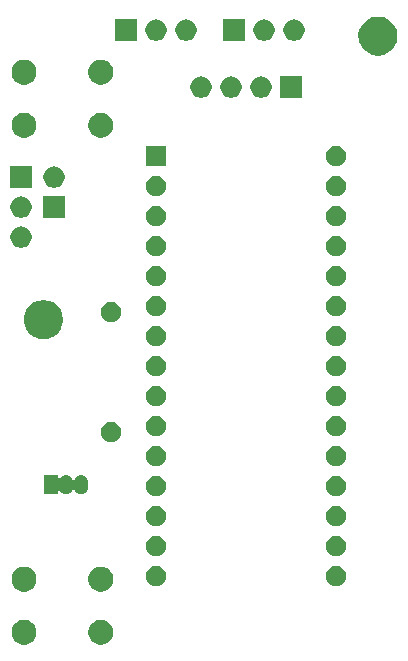
<source format=gbr>
G04 #@! TF.GenerationSoftware,KiCad,Pcbnew,(5.1.5)-3*
G04 #@! TF.CreationDate,2021-01-15T17:36:30+01:00*
G04 #@! TF.ProjectId,pHmeter,70486d65-7465-4722-9e6b-696361645f70,rev?*
G04 #@! TF.SameCoordinates,Original*
G04 #@! TF.FileFunction,Soldermask,Top*
G04 #@! TF.FilePolarity,Negative*
%FSLAX46Y46*%
G04 Gerber Fmt 4.6, Leading zero omitted, Abs format (unit mm)*
G04 Created by KiCad (PCBNEW (5.1.5)-3) date 2021-01-15 17:36:30*
%MOMM*%
%LPD*%
G04 APERTURE LIST*
%ADD10C,0.100000*%
G04 APERTURE END LIST*
D10*
G36*
X39930564Y-94675389D02*
G01*
X40121833Y-94754615D01*
X40121835Y-94754616D01*
X40293973Y-94869635D01*
X40440365Y-95016027D01*
X40555385Y-95188167D01*
X40634611Y-95379436D01*
X40675000Y-95582484D01*
X40675000Y-95789516D01*
X40634611Y-95992564D01*
X40555385Y-96183833D01*
X40555384Y-96183835D01*
X40440365Y-96355973D01*
X40293973Y-96502365D01*
X40121835Y-96617384D01*
X40121834Y-96617385D01*
X40121833Y-96617385D01*
X39930564Y-96696611D01*
X39727516Y-96737000D01*
X39520484Y-96737000D01*
X39317436Y-96696611D01*
X39126167Y-96617385D01*
X39126166Y-96617385D01*
X39126165Y-96617384D01*
X38954027Y-96502365D01*
X38807635Y-96355973D01*
X38692616Y-96183835D01*
X38692615Y-96183833D01*
X38613389Y-95992564D01*
X38573000Y-95789516D01*
X38573000Y-95582484D01*
X38613389Y-95379436D01*
X38692615Y-95188167D01*
X38807635Y-95016027D01*
X38954027Y-94869635D01*
X39126165Y-94754616D01*
X39126167Y-94754615D01*
X39317436Y-94675389D01*
X39520484Y-94635000D01*
X39727516Y-94635000D01*
X39930564Y-94675389D01*
G37*
G36*
X46430564Y-94675389D02*
G01*
X46621833Y-94754615D01*
X46621835Y-94754616D01*
X46793973Y-94869635D01*
X46940365Y-95016027D01*
X47055385Y-95188167D01*
X47134611Y-95379436D01*
X47175000Y-95582484D01*
X47175000Y-95789516D01*
X47134611Y-95992564D01*
X47055385Y-96183833D01*
X47055384Y-96183835D01*
X46940365Y-96355973D01*
X46793973Y-96502365D01*
X46621835Y-96617384D01*
X46621834Y-96617385D01*
X46621833Y-96617385D01*
X46430564Y-96696611D01*
X46227516Y-96737000D01*
X46020484Y-96737000D01*
X45817436Y-96696611D01*
X45626167Y-96617385D01*
X45626166Y-96617385D01*
X45626165Y-96617384D01*
X45454027Y-96502365D01*
X45307635Y-96355973D01*
X45192616Y-96183835D01*
X45192615Y-96183833D01*
X45113389Y-95992564D01*
X45073000Y-95789516D01*
X45073000Y-95582484D01*
X45113389Y-95379436D01*
X45192615Y-95188167D01*
X45307635Y-95016027D01*
X45454027Y-94869635D01*
X45626165Y-94754616D01*
X45626167Y-94754615D01*
X45817436Y-94675389D01*
X46020484Y-94635000D01*
X46227516Y-94635000D01*
X46430564Y-94675389D01*
G37*
G36*
X46430564Y-90175389D02*
G01*
X46621833Y-90254615D01*
X46621835Y-90254616D01*
X46793973Y-90369635D01*
X46940365Y-90516027D01*
X47052449Y-90683772D01*
X47055385Y-90688167D01*
X47134611Y-90879436D01*
X47175000Y-91082484D01*
X47175000Y-91289516D01*
X47134611Y-91492564D01*
X47093003Y-91593015D01*
X47055384Y-91683835D01*
X46940365Y-91855973D01*
X46793973Y-92002365D01*
X46621835Y-92117384D01*
X46621834Y-92117385D01*
X46621833Y-92117385D01*
X46430564Y-92196611D01*
X46227516Y-92237000D01*
X46020484Y-92237000D01*
X45817436Y-92196611D01*
X45626167Y-92117385D01*
X45626166Y-92117385D01*
X45626165Y-92117384D01*
X45454027Y-92002365D01*
X45307635Y-91855973D01*
X45192616Y-91683835D01*
X45154997Y-91593015D01*
X45113389Y-91492564D01*
X45073000Y-91289516D01*
X45073000Y-91082484D01*
X45113389Y-90879436D01*
X45192615Y-90688167D01*
X45195552Y-90683772D01*
X45307635Y-90516027D01*
X45454027Y-90369635D01*
X45626165Y-90254616D01*
X45626167Y-90254615D01*
X45817436Y-90175389D01*
X46020484Y-90135000D01*
X46227516Y-90135000D01*
X46430564Y-90175389D01*
G37*
G36*
X39930564Y-90175389D02*
G01*
X40121833Y-90254615D01*
X40121835Y-90254616D01*
X40293973Y-90369635D01*
X40440365Y-90516027D01*
X40552449Y-90683772D01*
X40555385Y-90688167D01*
X40634611Y-90879436D01*
X40675000Y-91082484D01*
X40675000Y-91289516D01*
X40634611Y-91492564D01*
X40593003Y-91593015D01*
X40555384Y-91683835D01*
X40440365Y-91855973D01*
X40293973Y-92002365D01*
X40121835Y-92117384D01*
X40121834Y-92117385D01*
X40121833Y-92117385D01*
X39930564Y-92196611D01*
X39727516Y-92237000D01*
X39520484Y-92237000D01*
X39317436Y-92196611D01*
X39126167Y-92117385D01*
X39126166Y-92117385D01*
X39126165Y-92117384D01*
X38954027Y-92002365D01*
X38807635Y-91855973D01*
X38692616Y-91683835D01*
X38654997Y-91593015D01*
X38613389Y-91492564D01*
X38573000Y-91289516D01*
X38573000Y-91082484D01*
X38613389Y-90879436D01*
X38692615Y-90688167D01*
X38695552Y-90683772D01*
X38807635Y-90516027D01*
X38954027Y-90369635D01*
X39126165Y-90254616D01*
X39126167Y-90254615D01*
X39317436Y-90175389D01*
X39520484Y-90135000D01*
X39727516Y-90135000D01*
X39930564Y-90175389D01*
G37*
G36*
X66288228Y-90113703D02*
G01*
X66443100Y-90177853D01*
X66582481Y-90270985D01*
X66701015Y-90389519D01*
X66794147Y-90528900D01*
X66858297Y-90683772D01*
X66891000Y-90848184D01*
X66891000Y-91015816D01*
X66858297Y-91180228D01*
X66794147Y-91335100D01*
X66701015Y-91474481D01*
X66582481Y-91593015D01*
X66443100Y-91686147D01*
X66288228Y-91750297D01*
X66123816Y-91783000D01*
X65956184Y-91783000D01*
X65791772Y-91750297D01*
X65636900Y-91686147D01*
X65497519Y-91593015D01*
X65378985Y-91474481D01*
X65285853Y-91335100D01*
X65221703Y-91180228D01*
X65189000Y-91015816D01*
X65189000Y-90848184D01*
X65221703Y-90683772D01*
X65285853Y-90528900D01*
X65378985Y-90389519D01*
X65497519Y-90270985D01*
X65636900Y-90177853D01*
X65791772Y-90113703D01*
X65956184Y-90081000D01*
X66123816Y-90081000D01*
X66288228Y-90113703D01*
G37*
G36*
X51048228Y-90113703D02*
G01*
X51203100Y-90177853D01*
X51342481Y-90270985D01*
X51461015Y-90389519D01*
X51554147Y-90528900D01*
X51618297Y-90683772D01*
X51651000Y-90848184D01*
X51651000Y-91015816D01*
X51618297Y-91180228D01*
X51554147Y-91335100D01*
X51461015Y-91474481D01*
X51342481Y-91593015D01*
X51203100Y-91686147D01*
X51048228Y-91750297D01*
X50883816Y-91783000D01*
X50716184Y-91783000D01*
X50551772Y-91750297D01*
X50396900Y-91686147D01*
X50257519Y-91593015D01*
X50138985Y-91474481D01*
X50045853Y-91335100D01*
X49981703Y-91180228D01*
X49949000Y-91015816D01*
X49949000Y-90848184D01*
X49981703Y-90683772D01*
X50045853Y-90528900D01*
X50138985Y-90389519D01*
X50257519Y-90270985D01*
X50396900Y-90177853D01*
X50551772Y-90113703D01*
X50716184Y-90081000D01*
X50883816Y-90081000D01*
X51048228Y-90113703D01*
G37*
G36*
X66288228Y-87573703D02*
G01*
X66443100Y-87637853D01*
X66582481Y-87730985D01*
X66701015Y-87849519D01*
X66794147Y-87988900D01*
X66858297Y-88143772D01*
X66891000Y-88308184D01*
X66891000Y-88475816D01*
X66858297Y-88640228D01*
X66794147Y-88795100D01*
X66701015Y-88934481D01*
X66582481Y-89053015D01*
X66443100Y-89146147D01*
X66288228Y-89210297D01*
X66123816Y-89243000D01*
X65956184Y-89243000D01*
X65791772Y-89210297D01*
X65636900Y-89146147D01*
X65497519Y-89053015D01*
X65378985Y-88934481D01*
X65285853Y-88795100D01*
X65221703Y-88640228D01*
X65189000Y-88475816D01*
X65189000Y-88308184D01*
X65221703Y-88143772D01*
X65285853Y-87988900D01*
X65378985Y-87849519D01*
X65497519Y-87730985D01*
X65636900Y-87637853D01*
X65791772Y-87573703D01*
X65956184Y-87541000D01*
X66123816Y-87541000D01*
X66288228Y-87573703D01*
G37*
G36*
X51048228Y-87573703D02*
G01*
X51203100Y-87637853D01*
X51342481Y-87730985D01*
X51461015Y-87849519D01*
X51554147Y-87988900D01*
X51618297Y-88143772D01*
X51651000Y-88308184D01*
X51651000Y-88475816D01*
X51618297Y-88640228D01*
X51554147Y-88795100D01*
X51461015Y-88934481D01*
X51342481Y-89053015D01*
X51203100Y-89146147D01*
X51048228Y-89210297D01*
X50883816Y-89243000D01*
X50716184Y-89243000D01*
X50551772Y-89210297D01*
X50396900Y-89146147D01*
X50257519Y-89053015D01*
X50138985Y-88934481D01*
X50045853Y-88795100D01*
X49981703Y-88640228D01*
X49949000Y-88475816D01*
X49949000Y-88308184D01*
X49981703Y-88143772D01*
X50045853Y-87988900D01*
X50138985Y-87849519D01*
X50257519Y-87730985D01*
X50396900Y-87637853D01*
X50551772Y-87573703D01*
X50716184Y-87541000D01*
X50883816Y-87541000D01*
X51048228Y-87573703D01*
G37*
G36*
X66288228Y-85033703D02*
G01*
X66443100Y-85097853D01*
X66582481Y-85190985D01*
X66701015Y-85309519D01*
X66794147Y-85448900D01*
X66858297Y-85603772D01*
X66891000Y-85768184D01*
X66891000Y-85935816D01*
X66858297Y-86100228D01*
X66794147Y-86255100D01*
X66701015Y-86394481D01*
X66582481Y-86513015D01*
X66443100Y-86606147D01*
X66288228Y-86670297D01*
X66123816Y-86703000D01*
X65956184Y-86703000D01*
X65791772Y-86670297D01*
X65636900Y-86606147D01*
X65497519Y-86513015D01*
X65378985Y-86394481D01*
X65285853Y-86255100D01*
X65221703Y-86100228D01*
X65189000Y-85935816D01*
X65189000Y-85768184D01*
X65221703Y-85603772D01*
X65285853Y-85448900D01*
X65378985Y-85309519D01*
X65497519Y-85190985D01*
X65636900Y-85097853D01*
X65791772Y-85033703D01*
X65956184Y-85001000D01*
X66123816Y-85001000D01*
X66288228Y-85033703D01*
G37*
G36*
X51048228Y-85033703D02*
G01*
X51203100Y-85097853D01*
X51342481Y-85190985D01*
X51461015Y-85309519D01*
X51554147Y-85448900D01*
X51618297Y-85603772D01*
X51651000Y-85768184D01*
X51651000Y-85935816D01*
X51618297Y-86100228D01*
X51554147Y-86255100D01*
X51461015Y-86394481D01*
X51342481Y-86513015D01*
X51203100Y-86606147D01*
X51048228Y-86670297D01*
X50883816Y-86703000D01*
X50716184Y-86703000D01*
X50551772Y-86670297D01*
X50396900Y-86606147D01*
X50257519Y-86513015D01*
X50138985Y-86394481D01*
X50045853Y-86255100D01*
X49981703Y-86100228D01*
X49949000Y-85935816D01*
X49949000Y-85768184D01*
X49981703Y-85603772D01*
X50045853Y-85448900D01*
X50138985Y-85309519D01*
X50257519Y-85190985D01*
X50396900Y-85097853D01*
X50551772Y-85033703D01*
X50716184Y-85001000D01*
X50883816Y-85001000D01*
X51048228Y-85033703D01*
G37*
G36*
X66288228Y-82493703D02*
G01*
X66443100Y-82557853D01*
X66582481Y-82650985D01*
X66701015Y-82769519D01*
X66794147Y-82908900D01*
X66858297Y-83063772D01*
X66891000Y-83228184D01*
X66891000Y-83395816D01*
X66858297Y-83560228D01*
X66794147Y-83715100D01*
X66701015Y-83854481D01*
X66582481Y-83973015D01*
X66443100Y-84066147D01*
X66288228Y-84130297D01*
X66123816Y-84163000D01*
X65956184Y-84163000D01*
X65791772Y-84130297D01*
X65636900Y-84066147D01*
X65497519Y-83973015D01*
X65378985Y-83854481D01*
X65285853Y-83715100D01*
X65221703Y-83560228D01*
X65189000Y-83395816D01*
X65189000Y-83228184D01*
X65221703Y-83063772D01*
X65285853Y-82908900D01*
X65378985Y-82769519D01*
X65497519Y-82650985D01*
X65636900Y-82557853D01*
X65791772Y-82493703D01*
X65956184Y-82461000D01*
X66123816Y-82461000D01*
X66288228Y-82493703D01*
G37*
G36*
X51048228Y-82493703D02*
G01*
X51203100Y-82557853D01*
X51342481Y-82650985D01*
X51461015Y-82769519D01*
X51554147Y-82908900D01*
X51618297Y-83063772D01*
X51651000Y-83228184D01*
X51651000Y-83395816D01*
X51618297Y-83560228D01*
X51554147Y-83715100D01*
X51461015Y-83854481D01*
X51342481Y-83973015D01*
X51203100Y-84066147D01*
X51048228Y-84130297D01*
X50883816Y-84163000D01*
X50716184Y-84163000D01*
X50551772Y-84130297D01*
X50396900Y-84066147D01*
X50257519Y-83973015D01*
X50138985Y-83854481D01*
X50045853Y-83715100D01*
X49981703Y-83560228D01*
X49949000Y-83395816D01*
X49949000Y-83228184D01*
X49981703Y-83063772D01*
X50045853Y-82908900D01*
X50138985Y-82769519D01*
X50257519Y-82650985D01*
X50396900Y-82557853D01*
X50551772Y-82493703D01*
X50716184Y-82461000D01*
X50883816Y-82461000D01*
X51048228Y-82493703D01*
G37*
G36*
X44562915Y-82392334D02*
G01*
X44671491Y-82425271D01*
X44671494Y-82425272D01*
X44707600Y-82444571D01*
X44771556Y-82478756D01*
X44859264Y-82550736D01*
X44931244Y-82638443D01*
X44965429Y-82702399D01*
X44984728Y-82738505D01*
X44984729Y-82738508D01*
X45017666Y-82847084D01*
X45026000Y-82931702D01*
X45026000Y-83438297D01*
X45017666Y-83522916D01*
X44985252Y-83629767D01*
X44984728Y-83631495D01*
X44974761Y-83650141D01*
X44931244Y-83731557D01*
X44859264Y-83819264D01*
X44771557Y-83891244D01*
X44707601Y-83925429D01*
X44671495Y-83944728D01*
X44671492Y-83944729D01*
X44562916Y-83977666D01*
X44450000Y-83988787D01*
X44337085Y-83977666D01*
X44228509Y-83944729D01*
X44228506Y-83944728D01*
X44192400Y-83925429D01*
X44128444Y-83891244D01*
X44040737Y-83819264D01*
X43968757Y-83731557D01*
X43925239Y-83650141D01*
X43911625Y-83629766D01*
X43894298Y-83612439D01*
X43873924Y-83598826D01*
X43851285Y-83589448D01*
X43827252Y-83584668D01*
X43802748Y-83584668D01*
X43778715Y-83589448D01*
X43756076Y-83598826D01*
X43735701Y-83612440D01*
X43718374Y-83629767D01*
X43704761Y-83650141D01*
X43661244Y-83731557D01*
X43589264Y-83819264D01*
X43501557Y-83891244D01*
X43437601Y-83925429D01*
X43401495Y-83944728D01*
X43401492Y-83944729D01*
X43292916Y-83977666D01*
X43180000Y-83988787D01*
X43067085Y-83977666D01*
X42958509Y-83944729D01*
X42958506Y-83944728D01*
X42922400Y-83925429D01*
X42858444Y-83891244D01*
X42770737Y-83819264D01*
X42707622Y-83742359D01*
X42690297Y-83725034D01*
X42669923Y-83711420D01*
X42647284Y-83702043D01*
X42623250Y-83697263D01*
X42598746Y-83697263D01*
X42574713Y-83702044D01*
X42552074Y-83711421D01*
X42531700Y-83725035D01*
X42514373Y-83742362D01*
X42500759Y-83762736D01*
X42491382Y-83785375D01*
X42486000Y-83821660D01*
X42486000Y-83986000D01*
X41334000Y-83986000D01*
X41334000Y-82384000D01*
X42486000Y-82384000D01*
X42486000Y-82548341D01*
X42488402Y-82572727D01*
X42495515Y-82596176D01*
X42507066Y-82617787D01*
X42522611Y-82636729D01*
X42541553Y-82652274D01*
X42563164Y-82663825D01*
X42586613Y-82670938D01*
X42610999Y-82673340D01*
X42635385Y-82670938D01*
X42658834Y-82663825D01*
X42680445Y-82652274D01*
X42699387Y-82636729D01*
X42707608Y-82627657D01*
X42770736Y-82550736D01*
X42858443Y-82478756D01*
X42922399Y-82444571D01*
X42958505Y-82425272D01*
X42958508Y-82425271D01*
X43067084Y-82392334D01*
X43180000Y-82381213D01*
X43292915Y-82392334D01*
X43401491Y-82425271D01*
X43401494Y-82425272D01*
X43437600Y-82444571D01*
X43501556Y-82478756D01*
X43589264Y-82550736D01*
X43661244Y-82638443D01*
X43704761Y-82719859D01*
X43718375Y-82740234D01*
X43735702Y-82757561D01*
X43756076Y-82771174D01*
X43778715Y-82780552D01*
X43802748Y-82785332D01*
X43827252Y-82785332D01*
X43851285Y-82780552D01*
X43873924Y-82771174D01*
X43894299Y-82757560D01*
X43911626Y-82740233D01*
X43925239Y-82719860D01*
X43968756Y-82638444D01*
X44040736Y-82550736D01*
X44128443Y-82478756D01*
X44192399Y-82444571D01*
X44228505Y-82425272D01*
X44228508Y-82425271D01*
X44337084Y-82392334D01*
X44450000Y-82381213D01*
X44562915Y-82392334D01*
G37*
G36*
X66288228Y-79953703D02*
G01*
X66443100Y-80017853D01*
X66582481Y-80110985D01*
X66701015Y-80229519D01*
X66794147Y-80368900D01*
X66858297Y-80523772D01*
X66891000Y-80688184D01*
X66891000Y-80855816D01*
X66858297Y-81020228D01*
X66794147Y-81175100D01*
X66701015Y-81314481D01*
X66582481Y-81433015D01*
X66443100Y-81526147D01*
X66288228Y-81590297D01*
X66123816Y-81623000D01*
X65956184Y-81623000D01*
X65791772Y-81590297D01*
X65636900Y-81526147D01*
X65497519Y-81433015D01*
X65378985Y-81314481D01*
X65285853Y-81175100D01*
X65221703Y-81020228D01*
X65189000Y-80855816D01*
X65189000Y-80688184D01*
X65221703Y-80523772D01*
X65285853Y-80368900D01*
X65378985Y-80229519D01*
X65497519Y-80110985D01*
X65636900Y-80017853D01*
X65791772Y-79953703D01*
X65956184Y-79921000D01*
X66123816Y-79921000D01*
X66288228Y-79953703D01*
G37*
G36*
X51048228Y-79953703D02*
G01*
X51203100Y-80017853D01*
X51342481Y-80110985D01*
X51461015Y-80229519D01*
X51554147Y-80368900D01*
X51618297Y-80523772D01*
X51651000Y-80688184D01*
X51651000Y-80855816D01*
X51618297Y-81020228D01*
X51554147Y-81175100D01*
X51461015Y-81314481D01*
X51342481Y-81433015D01*
X51203100Y-81526147D01*
X51048228Y-81590297D01*
X50883816Y-81623000D01*
X50716184Y-81623000D01*
X50551772Y-81590297D01*
X50396900Y-81526147D01*
X50257519Y-81433015D01*
X50138985Y-81314481D01*
X50045853Y-81175100D01*
X49981703Y-81020228D01*
X49949000Y-80855816D01*
X49949000Y-80688184D01*
X49981703Y-80523772D01*
X50045853Y-80368900D01*
X50138985Y-80229519D01*
X50257519Y-80110985D01*
X50396900Y-80017853D01*
X50551772Y-79953703D01*
X50716184Y-79921000D01*
X50883816Y-79921000D01*
X51048228Y-79953703D01*
G37*
G36*
X47238228Y-77921703D02*
G01*
X47393100Y-77985853D01*
X47532481Y-78078985D01*
X47651015Y-78197519D01*
X47744147Y-78336900D01*
X47808297Y-78491772D01*
X47841000Y-78656184D01*
X47841000Y-78823816D01*
X47808297Y-78988228D01*
X47744147Y-79143100D01*
X47651015Y-79282481D01*
X47532481Y-79401015D01*
X47393100Y-79494147D01*
X47238228Y-79558297D01*
X47073816Y-79591000D01*
X46906184Y-79591000D01*
X46741772Y-79558297D01*
X46586900Y-79494147D01*
X46447519Y-79401015D01*
X46328985Y-79282481D01*
X46235853Y-79143100D01*
X46171703Y-78988228D01*
X46139000Y-78823816D01*
X46139000Y-78656184D01*
X46171703Y-78491772D01*
X46235853Y-78336900D01*
X46328985Y-78197519D01*
X46447519Y-78078985D01*
X46586900Y-77985853D01*
X46741772Y-77921703D01*
X46906184Y-77889000D01*
X47073816Y-77889000D01*
X47238228Y-77921703D01*
G37*
G36*
X66288228Y-77413703D02*
G01*
X66443100Y-77477853D01*
X66582481Y-77570985D01*
X66701015Y-77689519D01*
X66794147Y-77828900D01*
X66858297Y-77983772D01*
X66891000Y-78148184D01*
X66891000Y-78315816D01*
X66858297Y-78480228D01*
X66794147Y-78635100D01*
X66701015Y-78774481D01*
X66582481Y-78893015D01*
X66443100Y-78986147D01*
X66288228Y-79050297D01*
X66123816Y-79083000D01*
X65956184Y-79083000D01*
X65791772Y-79050297D01*
X65636900Y-78986147D01*
X65497519Y-78893015D01*
X65378985Y-78774481D01*
X65285853Y-78635100D01*
X65221703Y-78480228D01*
X65189000Y-78315816D01*
X65189000Y-78148184D01*
X65221703Y-77983772D01*
X65285853Y-77828900D01*
X65378985Y-77689519D01*
X65497519Y-77570985D01*
X65636900Y-77477853D01*
X65791772Y-77413703D01*
X65956184Y-77381000D01*
X66123816Y-77381000D01*
X66288228Y-77413703D01*
G37*
G36*
X51048228Y-77413703D02*
G01*
X51203100Y-77477853D01*
X51342481Y-77570985D01*
X51461015Y-77689519D01*
X51554147Y-77828900D01*
X51618297Y-77983772D01*
X51651000Y-78148184D01*
X51651000Y-78315816D01*
X51618297Y-78480228D01*
X51554147Y-78635100D01*
X51461015Y-78774481D01*
X51342481Y-78893015D01*
X51203100Y-78986147D01*
X51048228Y-79050297D01*
X50883816Y-79083000D01*
X50716184Y-79083000D01*
X50551772Y-79050297D01*
X50396900Y-78986147D01*
X50257519Y-78893015D01*
X50138985Y-78774481D01*
X50045853Y-78635100D01*
X49981703Y-78480228D01*
X49949000Y-78315816D01*
X49949000Y-78148184D01*
X49981703Y-77983772D01*
X50045853Y-77828900D01*
X50138985Y-77689519D01*
X50257519Y-77570985D01*
X50396900Y-77477853D01*
X50551772Y-77413703D01*
X50716184Y-77381000D01*
X50883816Y-77381000D01*
X51048228Y-77413703D01*
G37*
G36*
X51048228Y-74873703D02*
G01*
X51203100Y-74937853D01*
X51342481Y-75030985D01*
X51461015Y-75149519D01*
X51554147Y-75288900D01*
X51618297Y-75443772D01*
X51651000Y-75608184D01*
X51651000Y-75775816D01*
X51618297Y-75940228D01*
X51554147Y-76095100D01*
X51461015Y-76234481D01*
X51342481Y-76353015D01*
X51203100Y-76446147D01*
X51048228Y-76510297D01*
X50883816Y-76543000D01*
X50716184Y-76543000D01*
X50551772Y-76510297D01*
X50396900Y-76446147D01*
X50257519Y-76353015D01*
X50138985Y-76234481D01*
X50045853Y-76095100D01*
X49981703Y-75940228D01*
X49949000Y-75775816D01*
X49949000Y-75608184D01*
X49981703Y-75443772D01*
X50045853Y-75288900D01*
X50138985Y-75149519D01*
X50257519Y-75030985D01*
X50396900Y-74937853D01*
X50551772Y-74873703D01*
X50716184Y-74841000D01*
X50883816Y-74841000D01*
X51048228Y-74873703D01*
G37*
G36*
X66288228Y-74873703D02*
G01*
X66443100Y-74937853D01*
X66582481Y-75030985D01*
X66701015Y-75149519D01*
X66794147Y-75288900D01*
X66858297Y-75443772D01*
X66891000Y-75608184D01*
X66891000Y-75775816D01*
X66858297Y-75940228D01*
X66794147Y-76095100D01*
X66701015Y-76234481D01*
X66582481Y-76353015D01*
X66443100Y-76446147D01*
X66288228Y-76510297D01*
X66123816Y-76543000D01*
X65956184Y-76543000D01*
X65791772Y-76510297D01*
X65636900Y-76446147D01*
X65497519Y-76353015D01*
X65378985Y-76234481D01*
X65285853Y-76095100D01*
X65221703Y-75940228D01*
X65189000Y-75775816D01*
X65189000Y-75608184D01*
X65221703Y-75443772D01*
X65285853Y-75288900D01*
X65378985Y-75149519D01*
X65497519Y-75030985D01*
X65636900Y-74937853D01*
X65791772Y-74873703D01*
X65956184Y-74841000D01*
X66123816Y-74841000D01*
X66288228Y-74873703D01*
G37*
G36*
X51048228Y-72333703D02*
G01*
X51203100Y-72397853D01*
X51342481Y-72490985D01*
X51461015Y-72609519D01*
X51554147Y-72748900D01*
X51618297Y-72903772D01*
X51651000Y-73068184D01*
X51651000Y-73235816D01*
X51618297Y-73400228D01*
X51554147Y-73555100D01*
X51461015Y-73694481D01*
X51342481Y-73813015D01*
X51203100Y-73906147D01*
X51048228Y-73970297D01*
X50883816Y-74003000D01*
X50716184Y-74003000D01*
X50551772Y-73970297D01*
X50396900Y-73906147D01*
X50257519Y-73813015D01*
X50138985Y-73694481D01*
X50045853Y-73555100D01*
X49981703Y-73400228D01*
X49949000Y-73235816D01*
X49949000Y-73068184D01*
X49981703Y-72903772D01*
X50045853Y-72748900D01*
X50138985Y-72609519D01*
X50257519Y-72490985D01*
X50396900Y-72397853D01*
X50551772Y-72333703D01*
X50716184Y-72301000D01*
X50883816Y-72301000D01*
X51048228Y-72333703D01*
G37*
G36*
X66288228Y-72333703D02*
G01*
X66443100Y-72397853D01*
X66582481Y-72490985D01*
X66701015Y-72609519D01*
X66794147Y-72748900D01*
X66858297Y-72903772D01*
X66891000Y-73068184D01*
X66891000Y-73235816D01*
X66858297Y-73400228D01*
X66794147Y-73555100D01*
X66701015Y-73694481D01*
X66582481Y-73813015D01*
X66443100Y-73906147D01*
X66288228Y-73970297D01*
X66123816Y-74003000D01*
X65956184Y-74003000D01*
X65791772Y-73970297D01*
X65636900Y-73906147D01*
X65497519Y-73813015D01*
X65378985Y-73694481D01*
X65285853Y-73555100D01*
X65221703Y-73400228D01*
X65189000Y-73235816D01*
X65189000Y-73068184D01*
X65221703Y-72903772D01*
X65285853Y-72748900D01*
X65378985Y-72609519D01*
X65497519Y-72490985D01*
X65636900Y-72397853D01*
X65791772Y-72333703D01*
X65956184Y-72301000D01*
X66123816Y-72301000D01*
X66288228Y-72333703D01*
G37*
G36*
X66288228Y-69793703D02*
G01*
X66443100Y-69857853D01*
X66582481Y-69950985D01*
X66701015Y-70069519D01*
X66794147Y-70208900D01*
X66858297Y-70363772D01*
X66891000Y-70528184D01*
X66891000Y-70695816D01*
X66858297Y-70860228D01*
X66794147Y-71015100D01*
X66701015Y-71154481D01*
X66582481Y-71273015D01*
X66443100Y-71366147D01*
X66288228Y-71430297D01*
X66123816Y-71463000D01*
X65956184Y-71463000D01*
X65791772Y-71430297D01*
X65636900Y-71366147D01*
X65497519Y-71273015D01*
X65378985Y-71154481D01*
X65285853Y-71015100D01*
X65221703Y-70860228D01*
X65189000Y-70695816D01*
X65189000Y-70528184D01*
X65221703Y-70363772D01*
X65285853Y-70208900D01*
X65378985Y-70069519D01*
X65497519Y-69950985D01*
X65636900Y-69857853D01*
X65791772Y-69793703D01*
X65956184Y-69761000D01*
X66123816Y-69761000D01*
X66288228Y-69793703D01*
G37*
G36*
X51048228Y-69793703D02*
G01*
X51203100Y-69857853D01*
X51342481Y-69950985D01*
X51461015Y-70069519D01*
X51554147Y-70208900D01*
X51618297Y-70363772D01*
X51651000Y-70528184D01*
X51651000Y-70695816D01*
X51618297Y-70860228D01*
X51554147Y-71015100D01*
X51461015Y-71154481D01*
X51342481Y-71273015D01*
X51203100Y-71366147D01*
X51048228Y-71430297D01*
X50883816Y-71463000D01*
X50716184Y-71463000D01*
X50551772Y-71430297D01*
X50396900Y-71366147D01*
X50257519Y-71273015D01*
X50138985Y-71154481D01*
X50045853Y-71015100D01*
X49981703Y-70860228D01*
X49949000Y-70695816D01*
X49949000Y-70528184D01*
X49981703Y-70363772D01*
X50045853Y-70208900D01*
X50138985Y-70069519D01*
X50257519Y-69950985D01*
X50396900Y-69857853D01*
X50551772Y-69793703D01*
X50716184Y-69761000D01*
X50883816Y-69761000D01*
X51048228Y-69793703D01*
G37*
G36*
X41650256Y-67606298D02*
G01*
X41756579Y-67627447D01*
X42057042Y-67751903D01*
X42327451Y-67932585D01*
X42557415Y-68162549D01*
X42738097Y-68432958D01*
X42862553Y-68733421D01*
X42881411Y-68828228D01*
X42926000Y-69052389D01*
X42926000Y-69377611D01*
X42862553Y-69696578D01*
X42757175Y-69950985D01*
X42738097Y-69997042D01*
X42557415Y-70267451D01*
X42327451Y-70497415D01*
X42057042Y-70678097D01*
X41756579Y-70802553D01*
X41650256Y-70823702D01*
X41437611Y-70866000D01*
X41112389Y-70866000D01*
X40899744Y-70823702D01*
X40793421Y-70802553D01*
X40492958Y-70678097D01*
X40222549Y-70497415D01*
X39992585Y-70267451D01*
X39811903Y-69997042D01*
X39792826Y-69950985D01*
X39687447Y-69696578D01*
X39624000Y-69377611D01*
X39624000Y-69052389D01*
X39668589Y-68828228D01*
X39687447Y-68733421D01*
X39811903Y-68432958D01*
X39992585Y-68162549D01*
X40222549Y-67932585D01*
X40492958Y-67751903D01*
X40793421Y-67627447D01*
X40899744Y-67606298D01*
X41112389Y-67564000D01*
X41437611Y-67564000D01*
X41650256Y-67606298D01*
G37*
G36*
X47238228Y-67761703D02*
G01*
X47393100Y-67825853D01*
X47532481Y-67918985D01*
X47651015Y-68037519D01*
X47744147Y-68176900D01*
X47808297Y-68331772D01*
X47841000Y-68496184D01*
X47841000Y-68663816D01*
X47808297Y-68828228D01*
X47744147Y-68983100D01*
X47651015Y-69122481D01*
X47532481Y-69241015D01*
X47393100Y-69334147D01*
X47238228Y-69398297D01*
X47073816Y-69431000D01*
X46906184Y-69431000D01*
X46741772Y-69398297D01*
X46586900Y-69334147D01*
X46447519Y-69241015D01*
X46328985Y-69122481D01*
X46235853Y-68983100D01*
X46171703Y-68828228D01*
X46139000Y-68663816D01*
X46139000Y-68496184D01*
X46171703Y-68331772D01*
X46235853Y-68176900D01*
X46328985Y-68037519D01*
X46447519Y-67918985D01*
X46586900Y-67825853D01*
X46741772Y-67761703D01*
X46906184Y-67729000D01*
X47073816Y-67729000D01*
X47238228Y-67761703D01*
G37*
G36*
X51048228Y-67253703D02*
G01*
X51203100Y-67317853D01*
X51342481Y-67410985D01*
X51461015Y-67529519D01*
X51554147Y-67668900D01*
X51618297Y-67823772D01*
X51651000Y-67988184D01*
X51651000Y-68155816D01*
X51618297Y-68320228D01*
X51554147Y-68475100D01*
X51461015Y-68614481D01*
X51342481Y-68733015D01*
X51203100Y-68826147D01*
X51048228Y-68890297D01*
X50883816Y-68923000D01*
X50716184Y-68923000D01*
X50551772Y-68890297D01*
X50396900Y-68826147D01*
X50257519Y-68733015D01*
X50138985Y-68614481D01*
X50045853Y-68475100D01*
X49981703Y-68320228D01*
X49949000Y-68155816D01*
X49949000Y-67988184D01*
X49981703Y-67823772D01*
X50045853Y-67668900D01*
X50138985Y-67529519D01*
X50257519Y-67410985D01*
X50396900Y-67317853D01*
X50551772Y-67253703D01*
X50716184Y-67221000D01*
X50883816Y-67221000D01*
X51048228Y-67253703D01*
G37*
G36*
X66288228Y-67253703D02*
G01*
X66443100Y-67317853D01*
X66582481Y-67410985D01*
X66701015Y-67529519D01*
X66794147Y-67668900D01*
X66858297Y-67823772D01*
X66891000Y-67988184D01*
X66891000Y-68155816D01*
X66858297Y-68320228D01*
X66794147Y-68475100D01*
X66701015Y-68614481D01*
X66582481Y-68733015D01*
X66443100Y-68826147D01*
X66288228Y-68890297D01*
X66123816Y-68923000D01*
X65956184Y-68923000D01*
X65791772Y-68890297D01*
X65636900Y-68826147D01*
X65497519Y-68733015D01*
X65378985Y-68614481D01*
X65285853Y-68475100D01*
X65221703Y-68320228D01*
X65189000Y-68155816D01*
X65189000Y-67988184D01*
X65221703Y-67823772D01*
X65285853Y-67668900D01*
X65378985Y-67529519D01*
X65497519Y-67410985D01*
X65636900Y-67317853D01*
X65791772Y-67253703D01*
X65956184Y-67221000D01*
X66123816Y-67221000D01*
X66288228Y-67253703D01*
G37*
G36*
X66288228Y-64713703D02*
G01*
X66443100Y-64777853D01*
X66582481Y-64870985D01*
X66701015Y-64989519D01*
X66794147Y-65128900D01*
X66858297Y-65283772D01*
X66891000Y-65448184D01*
X66891000Y-65615816D01*
X66858297Y-65780228D01*
X66794147Y-65935100D01*
X66701015Y-66074481D01*
X66582481Y-66193015D01*
X66443100Y-66286147D01*
X66288228Y-66350297D01*
X66123816Y-66383000D01*
X65956184Y-66383000D01*
X65791772Y-66350297D01*
X65636900Y-66286147D01*
X65497519Y-66193015D01*
X65378985Y-66074481D01*
X65285853Y-65935100D01*
X65221703Y-65780228D01*
X65189000Y-65615816D01*
X65189000Y-65448184D01*
X65221703Y-65283772D01*
X65285853Y-65128900D01*
X65378985Y-64989519D01*
X65497519Y-64870985D01*
X65636900Y-64777853D01*
X65791772Y-64713703D01*
X65956184Y-64681000D01*
X66123816Y-64681000D01*
X66288228Y-64713703D01*
G37*
G36*
X51048228Y-64713703D02*
G01*
X51203100Y-64777853D01*
X51342481Y-64870985D01*
X51461015Y-64989519D01*
X51554147Y-65128900D01*
X51618297Y-65283772D01*
X51651000Y-65448184D01*
X51651000Y-65615816D01*
X51618297Y-65780228D01*
X51554147Y-65935100D01*
X51461015Y-66074481D01*
X51342481Y-66193015D01*
X51203100Y-66286147D01*
X51048228Y-66350297D01*
X50883816Y-66383000D01*
X50716184Y-66383000D01*
X50551772Y-66350297D01*
X50396900Y-66286147D01*
X50257519Y-66193015D01*
X50138985Y-66074481D01*
X50045853Y-65935100D01*
X49981703Y-65780228D01*
X49949000Y-65615816D01*
X49949000Y-65448184D01*
X49981703Y-65283772D01*
X50045853Y-65128900D01*
X50138985Y-64989519D01*
X50257519Y-64870985D01*
X50396900Y-64777853D01*
X50551772Y-64713703D01*
X50716184Y-64681000D01*
X50883816Y-64681000D01*
X51048228Y-64713703D01*
G37*
G36*
X66288228Y-62173703D02*
G01*
X66443100Y-62237853D01*
X66582481Y-62330985D01*
X66701015Y-62449519D01*
X66794147Y-62588900D01*
X66858297Y-62743772D01*
X66891000Y-62908184D01*
X66891000Y-63075816D01*
X66858297Y-63240228D01*
X66794147Y-63395100D01*
X66701015Y-63534481D01*
X66582481Y-63653015D01*
X66443100Y-63746147D01*
X66288228Y-63810297D01*
X66123816Y-63843000D01*
X65956184Y-63843000D01*
X65791772Y-63810297D01*
X65636900Y-63746147D01*
X65497519Y-63653015D01*
X65378985Y-63534481D01*
X65285853Y-63395100D01*
X65221703Y-63240228D01*
X65189000Y-63075816D01*
X65189000Y-62908184D01*
X65221703Y-62743772D01*
X65285853Y-62588900D01*
X65378985Y-62449519D01*
X65497519Y-62330985D01*
X65636900Y-62237853D01*
X65791772Y-62173703D01*
X65956184Y-62141000D01*
X66123816Y-62141000D01*
X66288228Y-62173703D01*
G37*
G36*
X51048228Y-62173703D02*
G01*
X51203100Y-62237853D01*
X51342481Y-62330985D01*
X51461015Y-62449519D01*
X51554147Y-62588900D01*
X51618297Y-62743772D01*
X51651000Y-62908184D01*
X51651000Y-63075816D01*
X51618297Y-63240228D01*
X51554147Y-63395100D01*
X51461015Y-63534481D01*
X51342481Y-63653015D01*
X51203100Y-63746147D01*
X51048228Y-63810297D01*
X50883816Y-63843000D01*
X50716184Y-63843000D01*
X50551772Y-63810297D01*
X50396900Y-63746147D01*
X50257519Y-63653015D01*
X50138985Y-63534481D01*
X50045853Y-63395100D01*
X49981703Y-63240228D01*
X49949000Y-63075816D01*
X49949000Y-62908184D01*
X49981703Y-62743772D01*
X50045853Y-62588900D01*
X50138985Y-62449519D01*
X50257519Y-62330985D01*
X50396900Y-62237853D01*
X50551772Y-62173703D01*
X50716184Y-62141000D01*
X50883816Y-62141000D01*
X51048228Y-62173703D01*
G37*
G36*
X39483512Y-61333927D02*
G01*
X39632812Y-61363624D01*
X39796784Y-61431544D01*
X39944354Y-61530147D01*
X40069853Y-61655646D01*
X40168456Y-61803216D01*
X40236376Y-61967188D01*
X40266073Y-62116488D01*
X40270949Y-62141000D01*
X40271000Y-62141259D01*
X40271000Y-62318741D01*
X40236376Y-62492812D01*
X40168456Y-62656784D01*
X40069853Y-62804354D01*
X39944354Y-62929853D01*
X39796784Y-63028456D01*
X39632812Y-63096376D01*
X39483512Y-63126073D01*
X39458742Y-63131000D01*
X39281258Y-63131000D01*
X39256488Y-63126073D01*
X39107188Y-63096376D01*
X38943216Y-63028456D01*
X38795646Y-62929853D01*
X38670147Y-62804354D01*
X38571544Y-62656784D01*
X38503624Y-62492812D01*
X38469000Y-62318741D01*
X38469000Y-62141259D01*
X38469052Y-62141000D01*
X38473927Y-62116488D01*
X38503624Y-61967188D01*
X38571544Y-61803216D01*
X38670147Y-61655646D01*
X38795646Y-61530147D01*
X38943216Y-61431544D01*
X39107188Y-61363624D01*
X39256488Y-61333927D01*
X39281258Y-61329000D01*
X39458742Y-61329000D01*
X39483512Y-61333927D01*
G37*
G36*
X66288228Y-59633703D02*
G01*
X66443100Y-59697853D01*
X66582481Y-59790985D01*
X66701015Y-59909519D01*
X66794147Y-60048900D01*
X66858297Y-60203772D01*
X66891000Y-60368184D01*
X66891000Y-60535816D01*
X66858297Y-60700228D01*
X66794147Y-60855100D01*
X66701015Y-60994481D01*
X66582481Y-61113015D01*
X66443100Y-61206147D01*
X66288228Y-61270297D01*
X66123816Y-61303000D01*
X65956184Y-61303000D01*
X65791772Y-61270297D01*
X65636900Y-61206147D01*
X65497519Y-61113015D01*
X65378985Y-60994481D01*
X65285853Y-60855100D01*
X65221703Y-60700228D01*
X65189000Y-60535816D01*
X65189000Y-60368184D01*
X65221703Y-60203772D01*
X65285853Y-60048900D01*
X65378985Y-59909519D01*
X65497519Y-59790985D01*
X65636900Y-59697853D01*
X65791772Y-59633703D01*
X65956184Y-59601000D01*
X66123816Y-59601000D01*
X66288228Y-59633703D01*
G37*
G36*
X51048228Y-59633703D02*
G01*
X51203100Y-59697853D01*
X51342481Y-59790985D01*
X51461015Y-59909519D01*
X51554147Y-60048900D01*
X51618297Y-60203772D01*
X51651000Y-60368184D01*
X51651000Y-60535816D01*
X51618297Y-60700228D01*
X51554147Y-60855100D01*
X51461015Y-60994481D01*
X51342481Y-61113015D01*
X51203100Y-61206147D01*
X51048228Y-61270297D01*
X50883816Y-61303000D01*
X50716184Y-61303000D01*
X50551772Y-61270297D01*
X50396900Y-61206147D01*
X50257519Y-61113015D01*
X50138985Y-60994481D01*
X50045853Y-60855100D01*
X49981703Y-60700228D01*
X49949000Y-60535816D01*
X49949000Y-60368184D01*
X49981703Y-60203772D01*
X50045853Y-60048900D01*
X50138985Y-59909519D01*
X50257519Y-59790985D01*
X50396900Y-59697853D01*
X50551772Y-59633703D01*
X50716184Y-59601000D01*
X50883816Y-59601000D01*
X51048228Y-59633703D01*
G37*
G36*
X43065000Y-60591000D02*
G01*
X41263000Y-60591000D01*
X41263000Y-58789000D01*
X43065000Y-58789000D01*
X43065000Y-60591000D01*
G37*
G36*
X39483512Y-58793927D02*
G01*
X39632812Y-58823624D01*
X39796784Y-58891544D01*
X39944354Y-58990147D01*
X40069853Y-59115646D01*
X40168456Y-59263216D01*
X40236376Y-59427188D01*
X40266073Y-59576488D01*
X40270949Y-59601000D01*
X40271000Y-59601259D01*
X40271000Y-59778741D01*
X40236376Y-59952812D01*
X40168456Y-60116784D01*
X40069853Y-60264354D01*
X39944354Y-60389853D01*
X39796784Y-60488456D01*
X39632812Y-60556376D01*
X39483512Y-60586073D01*
X39458742Y-60591000D01*
X39281258Y-60591000D01*
X39256488Y-60586073D01*
X39107188Y-60556376D01*
X38943216Y-60488456D01*
X38795646Y-60389853D01*
X38670147Y-60264354D01*
X38571544Y-60116784D01*
X38503624Y-59952812D01*
X38469000Y-59778741D01*
X38469000Y-59601259D01*
X38469052Y-59601000D01*
X38473927Y-59576488D01*
X38503624Y-59427188D01*
X38571544Y-59263216D01*
X38670147Y-59115646D01*
X38795646Y-58990147D01*
X38943216Y-58891544D01*
X39107188Y-58823624D01*
X39256488Y-58793927D01*
X39281258Y-58789000D01*
X39458742Y-58789000D01*
X39483512Y-58793927D01*
G37*
G36*
X51048228Y-57093703D02*
G01*
X51203100Y-57157853D01*
X51342481Y-57250985D01*
X51461015Y-57369519D01*
X51554147Y-57508900D01*
X51618297Y-57663772D01*
X51651000Y-57828184D01*
X51651000Y-57995816D01*
X51618297Y-58160228D01*
X51554147Y-58315100D01*
X51461015Y-58454481D01*
X51342481Y-58573015D01*
X51203100Y-58666147D01*
X51048228Y-58730297D01*
X50883816Y-58763000D01*
X50716184Y-58763000D01*
X50551772Y-58730297D01*
X50396900Y-58666147D01*
X50257519Y-58573015D01*
X50138985Y-58454481D01*
X50045853Y-58315100D01*
X49981703Y-58160228D01*
X49949000Y-57995816D01*
X49949000Y-57828184D01*
X49981703Y-57663772D01*
X50045853Y-57508900D01*
X50138985Y-57369519D01*
X50257519Y-57250985D01*
X50396900Y-57157853D01*
X50551772Y-57093703D01*
X50716184Y-57061000D01*
X50883816Y-57061000D01*
X51048228Y-57093703D01*
G37*
G36*
X66288228Y-57093703D02*
G01*
X66443100Y-57157853D01*
X66582481Y-57250985D01*
X66701015Y-57369519D01*
X66794147Y-57508900D01*
X66858297Y-57663772D01*
X66891000Y-57828184D01*
X66891000Y-57995816D01*
X66858297Y-58160228D01*
X66794147Y-58315100D01*
X66701015Y-58454481D01*
X66582481Y-58573015D01*
X66443100Y-58666147D01*
X66288228Y-58730297D01*
X66123816Y-58763000D01*
X65956184Y-58763000D01*
X65791772Y-58730297D01*
X65636900Y-58666147D01*
X65497519Y-58573015D01*
X65378985Y-58454481D01*
X65285853Y-58315100D01*
X65221703Y-58160228D01*
X65189000Y-57995816D01*
X65189000Y-57828184D01*
X65221703Y-57663772D01*
X65285853Y-57508900D01*
X65378985Y-57369519D01*
X65497519Y-57250985D01*
X65636900Y-57157853D01*
X65791772Y-57093703D01*
X65956184Y-57061000D01*
X66123816Y-57061000D01*
X66288228Y-57093703D01*
G37*
G36*
X40271000Y-58051000D02*
G01*
X38469000Y-58051000D01*
X38469000Y-56249000D01*
X40271000Y-56249000D01*
X40271000Y-58051000D01*
G37*
G36*
X42277512Y-56253927D02*
G01*
X42426812Y-56283624D01*
X42590784Y-56351544D01*
X42738354Y-56450147D01*
X42863853Y-56575646D01*
X42962456Y-56723216D01*
X43030376Y-56887188D01*
X43060073Y-57036488D01*
X43064949Y-57061000D01*
X43065000Y-57061259D01*
X43065000Y-57238741D01*
X43030376Y-57412812D01*
X42962456Y-57576784D01*
X42863853Y-57724354D01*
X42738354Y-57849853D01*
X42590784Y-57948456D01*
X42426812Y-58016376D01*
X42277512Y-58046073D01*
X42252742Y-58051000D01*
X42075258Y-58051000D01*
X42050488Y-58046073D01*
X41901188Y-58016376D01*
X41737216Y-57948456D01*
X41589646Y-57849853D01*
X41464147Y-57724354D01*
X41365544Y-57576784D01*
X41297624Y-57412812D01*
X41263000Y-57238741D01*
X41263000Y-57061259D01*
X41263052Y-57061000D01*
X41267927Y-57036488D01*
X41297624Y-56887188D01*
X41365544Y-56723216D01*
X41464147Y-56575646D01*
X41589646Y-56450147D01*
X41737216Y-56351544D01*
X41901188Y-56283624D01*
X42050488Y-56253927D01*
X42075258Y-56249000D01*
X42252742Y-56249000D01*
X42277512Y-56253927D01*
G37*
G36*
X66288228Y-54553703D02*
G01*
X66443100Y-54617853D01*
X66582481Y-54710985D01*
X66701015Y-54829519D01*
X66794147Y-54968900D01*
X66858297Y-55123772D01*
X66891000Y-55288184D01*
X66891000Y-55455816D01*
X66858297Y-55620228D01*
X66794147Y-55775100D01*
X66701015Y-55914481D01*
X66582481Y-56033015D01*
X66443100Y-56126147D01*
X66288228Y-56190297D01*
X66123816Y-56223000D01*
X65956184Y-56223000D01*
X65791772Y-56190297D01*
X65636900Y-56126147D01*
X65497519Y-56033015D01*
X65378985Y-55914481D01*
X65285853Y-55775100D01*
X65221703Y-55620228D01*
X65189000Y-55455816D01*
X65189000Y-55288184D01*
X65221703Y-55123772D01*
X65285853Y-54968900D01*
X65378985Y-54829519D01*
X65497519Y-54710985D01*
X65636900Y-54617853D01*
X65791772Y-54553703D01*
X65956184Y-54521000D01*
X66123816Y-54521000D01*
X66288228Y-54553703D01*
G37*
G36*
X51651000Y-56223000D02*
G01*
X49949000Y-56223000D01*
X49949000Y-54521000D01*
X51651000Y-54521000D01*
X51651000Y-56223000D01*
G37*
G36*
X39930564Y-51749389D02*
G01*
X40121833Y-51828615D01*
X40121835Y-51828616D01*
X40293973Y-51943635D01*
X40440365Y-52090027D01*
X40555385Y-52262167D01*
X40634611Y-52453436D01*
X40675000Y-52656484D01*
X40675000Y-52863516D01*
X40634611Y-53066564D01*
X40555385Y-53257833D01*
X40555384Y-53257835D01*
X40440365Y-53429973D01*
X40293973Y-53576365D01*
X40121835Y-53691384D01*
X40121834Y-53691385D01*
X40121833Y-53691385D01*
X39930564Y-53770611D01*
X39727516Y-53811000D01*
X39520484Y-53811000D01*
X39317436Y-53770611D01*
X39126167Y-53691385D01*
X39126166Y-53691385D01*
X39126165Y-53691384D01*
X38954027Y-53576365D01*
X38807635Y-53429973D01*
X38692616Y-53257835D01*
X38692615Y-53257833D01*
X38613389Y-53066564D01*
X38573000Y-52863516D01*
X38573000Y-52656484D01*
X38613389Y-52453436D01*
X38692615Y-52262167D01*
X38807635Y-52090027D01*
X38954027Y-51943635D01*
X39126165Y-51828616D01*
X39126167Y-51828615D01*
X39317436Y-51749389D01*
X39520484Y-51709000D01*
X39727516Y-51709000D01*
X39930564Y-51749389D01*
G37*
G36*
X46430564Y-51749389D02*
G01*
X46621833Y-51828615D01*
X46621835Y-51828616D01*
X46793973Y-51943635D01*
X46940365Y-52090027D01*
X47055385Y-52262167D01*
X47134611Y-52453436D01*
X47175000Y-52656484D01*
X47175000Y-52863516D01*
X47134611Y-53066564D01*
X47055385Y-53257833D01*
X47055384Y-53257835D01*
X46940365Y-53429973D01*
X46793973Y-53576365D01*
X46621835Y-53691384D01*
X46621834Y-53691385D01*
X46621833Y-53691385D01*
X46430564Y-53770611D01*
X46227516Y-53811000D01*
X46020484Y-53811000D01*
X45817436Y-53770611D01*
X45626167Y-53691385D01*
X45626166Y-53691385D01*
X45626165Y-53691384D01*
X45454027Y-53576365D01*
X45307635Y-53429973D01*
X45192616Y-53257835D01*
X45192615Y-53257833D01*
X45113389Y-53066564D01*
X45073000Y-52863516D01*
X45073000Y-52656484D01*
X45113389Y-52453436D01*
X45192615Y-52262167D01*
X45307635Y-52090027D01*
X45454027Y-51943635D01*
X45626165Y-51828616D01*
X45626167Y-51828615D01*
X45817436Y-51749389D01*
X46020484Y-51709000D01*
X46227516Y-51709000D01*
X46430564Y-51749389D01*
G37*
G36*
X57263512Y-48633927D02*
G01*
X57412812Y-48663624D01*
X57576784Y-48731544D01*
X57724354Y-48830147D01*
X57849853Y-48955646D01*
X57948456Y-49103216D01*
X58016376Y-49267188D01*
X58051000Y-49441259D01*
X58051000Y-49618741D01*
X58016376Y-49792812D01*
X57948456Y-49956784D01*
X57849853Y-50104354D01*
X57724354Y-50229853D01*
X57576784Y-50328456D01*
X57412812Y-50396376D01*
X57263512Y-50426073D01*
X57238742Y-50431000D01*
X57061258Y-50431000D01*
X57036488Y-50426073D01*
X56887188Y-50396376D01*
X56723216Y-50328456D01*
X56575646Y-50229853D01*
X56450147Y-50104354D01*
X56351544Y-49956784D01*
X56283624Y-49792812D01*
X56249000Y-49618741D01*
X56249000Y-49441259D01*
X56283624Y-49267188D01*
X56351544Y-49103216D01*
X56450147Y-48955646D01*
X56575646Y-48830147D01*
X56723216Y-48731544D01*
X56887188Y-48663624D01*
X57036488Y-48633927D01*
X57061258Y-48629000D01*
X57238742Y-48629000D01*
X57263512Y-48633927D01*
G37*
G36*
X59803512Y-48633927D02*
G01*
X59952812Y-48663624D01*
X60116784Y-48731544D01*
X60264354Y-48830147D01*
X60389853Y-48955646D01*
X60488456Y-49103216D01*
X60556376Y-49267188D01*
X60591000Y-49441259D01*
X60591000Y-49618741D01*
X60556376Y-49792812D01*
X60488456Y-49956784D01*
X60389853Y-50104354D01*
X60264354Y-50229853D01*
X60116784Y-50328456D01*
X59952812Y-50396376D01*
X59803512Y-50426073D01*
X59778742Y-50431000D01*
X59601258Y-50431000D01*
X59576488Y-50426073D01*
X59427188Y-50396376D01*
X59263216Y-50328456D01*
X59115646Y-50229853D01*
X58990147Y-50104354D01*
X58891544Y-49956784D01*
X58823624Y-49792812D01*
X58789000Y-49618741D01*
X58789000Y-49441259D01*
X58823624Y-49267188D01*
X58891544Y-49103216D01*
X58990147Y-48955646D01*
X59115646Y-48830147D01*
X59263216Y-48731544D01*
X59427188Y-48663624D01*
X59576488Y-48633927D01*
X59601258Y-48629000D01*
X59778742Y-48629000D01*
X59803512Y-48633927D01*
G37*
G36*
X63131000Y-50431000D02*
G01*
X61329000Y-50431000D01*
X61329000Y-48629000D01*
X63131000Y-48629000D01*
X63131000Y-50431000D01*
G37*
G36*
X54723512Y-48633927D02*
G01*
X54872812Y-48663624D01*
X55036784Y-48731544D01*
X55184354Y-48830147D01*
X55309853Y-48955646D01*
X55408456Y-49103216D01*
X55476376Y-49267188D01*
X55511000Y-49441259D01*
X55511000Y-49618741D01*
X55476376Y-49792812D01*
X55408456Y-49956784D01*
X55309853Y-50104354D01*
X55184354Y-50229853D01*
X55036784Y-50328456D01*
X54872812Y-50396376D01*
X54723512Y-50426073D01*
X54698742Y-50431000D01*
X54521258Y-50431000D01*
X54496488Y-50426073D01*
X54347188Y-50396376D01*
X54183216Y-50328456D01*
X54035646Y-50229853D01*
X53910147Y-50104354D01*
X53811544Y-49956784D01*
X53743624Y-49792812D01*
X53709000Y-49618741D01*
X53709000Y-49441259D01*
X53743624Y-49267188D01*
X53811544Y-49103216D01*
X53910147Y-48955646D01*
X54035646Y-48830147D01*
X54183216Y-48731544D01*
X54347188Y-48663624D01*
X54496488Y-48633927D01*
X54521258Y-48629000D01*
X54698742Y-48629000D01*
X54723512Y-48633927D01*
G37*
G36*
X46430564Y-47249389D02*
G01*
X46621833Y-47328615D01*
X46621835Y-47328616D01*
X46793973Y-47443635D01*
X46940365Y-47590027D01*
X47055385Y-47762167D01*
X47134611Y-47953436D01*
X47175000Y-48156484D01*
X47175000Y-48363516D01*
X47134611Y-48566564D01*
X47094407Y-48663625D01*
X47055384Y-48757835D01*
X46940365Y-48929973D01*
X46793973Y-49076365D01*
X46621835Y-49191384D01*
X46621834Y-49191385D01*
X46621833Y-49191385D01*
X46430564Y-49270611D01*
X46227516Y-49311000D01*
X46020484Y-49311000D01*
X45817436Y-49270611D01*
X45626167Y-49191385D01*
X45626166Y-49191385D01*
X45626165Y-49191384D01*
X45454027Y-49076365D01*
X45307635Y-48929973D01*
X45192616Y-48757835D01*
X45153593Y-48663625D01*
X45113389Y-48566564D01*
X45073000Y-48363516D01*
X45073000Y-48156484D01*
X45113389Y-47953436D01*
X45192615Y-47762167D01*
X45307635Y-47590027D01*
X45454027Y-47443635D01*
X45626165Y-47328616D01*
X45626167Y-47328615D01*
X45817436Y-47249389D01*
X46020484Y-47209000D01*
X46227516Y-47209000D01*
X46430564Y-47249389D01*
G37*
G36*
X39930564Y-47249389D02*
G01*
X40121833Y-47328615D01*
X40121835Y-47328616D01*
X40293973Y-47443635D01*
X40440365Y-47590027D01*
X40555385Y-47762167D01*
X40634611Y-47953436D01*
X40675000Y-48156484D01*
X40675000Y-48363516D01*
X40634611Y-48566564D01*
X40594407Y-48663625D01*
X40555384Y-48757835D01*
X40440365Y-48929973D01*
X40293973Y-49076365D01*
X40121835Y-49191384D01*
X40121834Y-49191385D01*
X40121833Y-49191385D01*
X39930564Y-49270611D01*
X39727516Y-49311000D01*
X39520484Y-49311000D01*
X39317436Y-49270611D01*
X39126167Y-49191385D01*
X39126166Y-49191385D01*
X39126165Y-49191384D01*
X38954027Y-49076365D01*
X38807635Y-48929973D01*
X38692616Y-48757835D01*
X38653593Y-48663625D01*
X38613389Y-48566564D01*
X38573000Y-48363516D01*
X38573000Y-48156484D01*
X38613389Y-47953436D01*
X38692615Y-47762167D01*
X38807635Y-47590027D01*
X38954027Y-47443635D01*
X39126165Y-47328616D01*
X39126167Y-47328615D01*
X39317436Y-47249389D01*
X39520484Y-47209000D01*
X39727516Y-47209000D01*
X39930564Y-47249389D01*
G37*
G36*
X69971256Y-43603298D02*
G01*
X70077579Y-43624447D01*
X70378042Y-43748903D01*
X70648451Y-43929585D01*
X70878415Y-44159549D01*
X70957039Y-44277218D01*
X71059098Y-44429960D01*
X71183553Y-44730422D01*
X71247000Y-45049389D01*
X71247000Y-45374611D01*
X71241183Y-45403853D01*
X71183553Y-45693579D01*
X71059097Y-45994042D01*
X70878415Y-46264451D01*
X70648451Y-46494415D01*
X70378042Y-46675097D01*
X70077579Y-46799553D01*
X69971256Y-46820702D01*
X69758611Y-46863000D01*
X69433389Y-46863000D01*
X69220744Y-46820702D01*
X69114421Y-46799553D01*
X68813958Y-46675097D01*
X68543549Y-46494415D01*
X68313585Y-46264451D01*
X68132903Y-45994042D01*
X68008447Y-45693579D01*
X67950817Y-45403853D01*
X67945000Y-45374611D01*
X67945000Y-45049389D01*
X68008447Y-44730422D01*
X68132902Y-44429960D01*
X68234961Y-44277218D01*
X68313585Y-44159549D01*
X68543549Y-43929585D01*
X68813958Y-43748903D01*
X69114421Y-43624447D01*
X69220744Y-43603298D01*
X69433389Y-43561000D01*
X69758611Y-43561000D01*
X69971256Y-43603298D01*
G37*
G36*
X50913512Y-43807927D02*
G01*
X51062812Y-43837624D01*
X51226784Y-43905544D01*
X51374354Y-44004147D01*
X51499853Y-44129646D01*
X51598456Y-44277216D01*
X51666376Y-44441188D01*
X51701000Y-44615259D01*
X51701000Y-44792741D01*
X51666376Y-44966812D01*
X51598456Y-45130784D01*
X51499853Y-45278354D01*
X51374354Y-45403853D01*
X51226784Y-45502456D01*
X51062812Y-45570376D01*
X50913512Y-45600073D01*
X50888742Y-45605000D01*
X50711258Y-45605000D01*
X50686488Y-45600073D01*
X50537188Y-45570376D01*
X50373216Y-45502456D01*
X50225646Y-45403853D01*
X50100147Y-45278354D01*
X50001544Y-45130784D01*
X49933624Y-44966812D01*
X49899000Y-44792741D01*
X49899000Y-44615259D01*
X49933624Y-44441188D01*
X50001544Y-44277216D01*
X50100147Y-44129646D01*
X50225646Y-44004147D01*
X50373216Y-43905544D01*
X50537188Y-43837624D01*
X50686488Y-43807927D01*
X50711258Y-43803000D01*
X50888742Y-43803000D01*
X50913512Y-43807927D01*
G37*
G36*
X62597512Y-43807927D02*
G01*
X62746812Y-43837624D01*
X62910784Y-43905544D01*
X63058354Y-44004147D01*
X63183853Y-44129646D01*
X63282456Y-44277216D01*
X63350376Y-44441188D01*
X63385000Y-44615259D01*
X63385000Y-44792741D01*
X63350376Y-44966812D01*
X63282456Y-45130784D01*
X63183853Y-45278354D01*
X63058354Y-45403853D01*
X62910784Y-45502456D01*
X62746812Y-45570376D01*
X62597512Y-45600073D01*
X62572742Y-45605000D01*
X62395258Y-45605000D01*
X62370488Y-45600073D01*
X62221188Y-45570376D01*
X62057216Y-45502456D01*
X61909646Y-45403853D01*
X61784147Y-45278354D01*
X61685544Y-45130784D01*
X61617624Y-44966812D01*
X61583000Y-44792741D01*
X61583000Y-44615259D01*
X61617624Y-44441188D01*
X61685544Y-44277216D01*
X61784147Y-44129646D01*
X61909646Y-44004147D01*
X62057216Y-43905544D01*
X62221188Y-43837624D01*
X62370488Y-43807927D01*
X62395258Y-43803000D01*
X62572742Y-43803000D01*
X62597512Y-43807927D01*
G37*
G36*
X60057512Y-43807927D02*
G01*
X60206812Y-43837624D01*
X60370784Y-43905544D01*
X60518354Y-44004147D01*
X60643853Y-44129646D01*
X60742456Y-44277216D01*
X60810376Y-44441188D01*
X60845000Y-44615259D01*
X60845000Y-44792741D01*
X60810376Y-44966812D01*
X60742456Y-45130784D01*
X60643853Y-45278354D01*
X60518354Y-45403853D01*
X60370784Y-45502456D01*
X60206812Y-45570376D01*
X60057512Y-45600073D01*
X60032742Y-45605000D01*
X59855258Y-45605000D01*
X59830488Y-45600073D01*
X59681188Y-45570376D01*
X59517216Y-45502456D01*
X59369646Y-45403853D01*
X59244147Y-45278354D01*
X59145544Y-45130784D01*
X59077624Y-44966812D01*
X59043000Y-44792741D01*
X59043000Y-44615259D01*
X59077624Y-44441188D01*
X59145544Y-44277216D01*
X59244147Y-44129646D01*
X59369646Y-44004147D01*
X59517216Y-43905544D01*
X59681188Y-43837624D01*
X59830488Y-43807927D01*
X59855258Y-43803000D01*
X60032742Y-43803000D01*
X60057512Y-43807927D01*
G37*
G36*
X58305000Y-45605000D02*
G01*
X56503000Y-45605000D01*
X56503000Y-43803000D01*
X58305000Y-43803000D01*
X58305000Y-45605000D01*
G37*
G36*
X53453512Y-43807927D02*
G01*
X53602812Y-43837624D01*
X53766784Y-43905544D01*
X53914354Y-44004147D01*
X54039853Y-44129646D01*
X54138456Y-44277216D01*
X54206376Y-44441188D01*
X54241000Y-44615259D01*
X54241000Y-44792741D01*
X54206376Y-44966812D01*
X54138456Y-45130784D01*
X54039853Y-45278354D01*
X53914354Y-45403853D01*
X53766784Y-45502456D01*
X53602812Y-45570376D01*
X53453512Y-45600073D01*
X53428742Y-45605000D01*
X53251258Y-45605000D01*
X53226488Y-45600073D01*
X53077188Y-45570376D01*
X52913216Y-45502456D01*
X52765646Y-45403853D01*
X52640147Y-45278354D01*
X52541544Y-45130784D01*
X52473624Y-44966812D01*
X52439000Y-44792741D01*
X52439000Y-44615259D01*
X52473624Y-44441188D01*
X52541544Y-44277216D01*
X52640147Y-44129646D01*
X52765646Y-44004147D01*
X52913216Y-43905544D01*
X53077188Y-43837624D01*
X53226488Y-43807927D01*
X53251258Y-43803000D01*
X53428742Y-43803000D01*
X53453512Y-43807927D01*
G37*
G36*
X49161000Y-45605000D02*
G01*
X47359000Y-45605000D01*
X47359000Y-43803000D01*
X49161000Y-43803000D01*
X49161000Y-45605000D01*
G37*
M02*

</source>
